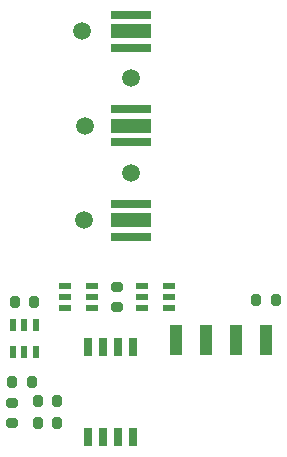
<source format=gbr>
%TF.GenerationSoftware,KiCad,Pcbnew,9.0.2*%
%TF.CreationDate,2025-12-28T15:56:16-05:00*%
%TF.ProjectId,Mothbeam,4d6f7468-6265-4616-9d2e-6b696361645f,rev?*%
%TF.SameCoordinates,Original*%
%TF.FileFunction,Soldermask,Top*%
%TF.FilePolarity,Negative*%
%FSLAX46Y46*%
G04 Gerber Fmt 4.6, Leading zero omitted, Abs format (unit mm)*
G04 Created by KiCad (PCBNEW 9.0.2) date 2025-12-28 15:56:16*
%MOMM*%
%LPD*%
G01*
G04 APERTURE LIST*
G04 Aperture macros list*
%AMRoundRect*
0 Rectangle with rounded corners*
0 $1 Rounding radius*
0 $2 $3 $4 $5 $6 $7 $8 $9 X,Y pos of 4 corners*
0 Add a 4 corners polygon primitive as box body*
4,1,4,$2,$3,$4,$5,$6,$7,$8,$9,$2,$3,0*
0 Add four circle primitives for the rounded corners*
1,1,$1+$1,$2,$3*
1,1,$1+$1,$4,$5*
1,1,$1+$1,$6,$7*
1,1,$1+$1,$8,$9*
0 Add four rect primitives between the rounded corners*
20,1,$1+$1,$2,$3,$4,$5,0*
20,1,$1+$1,$4,$5,$6,$7,0*
20,1,$1+$1,$6,$7,$8,$9,0*
20,1,$1+$1,$8,$9,$2,$3,0*%
G04 Aperture macros list end*
%ADD10R,0.760000X1.500000*%
%ADD11RoundRect,0.200000X0.200000X0.275000X-0.200000X0.275000X-0.200000X-0.275000X0.200000X-0.275000X0*%
%ADD12C,1.500000*%
%ADD13R,0.530000X1.070000*%
%ADD14RoundRect,0.200000X0.275000X-0.200000X0.275000X0.200000X-0.275000X0.200000X-0.275000X-0.200000X0*%
%ADD15RoundRect,0.200000X-0.200000X-0.275000X0.200000X-0.275000X0.200000X0.275000X-0.200000X0.275000X0*%
%ADD16R,1.000000X2.540000*%
%ADD17R,3.450000X0.700000*%
%ADD18R,3.450000X1.300000*%
%ADD19R,1.070000X0.530000*%
G04 APERTURE END LIST*
D10*
%TO.C,SW2*%
X7921776Y35283463D03*
X6651776Y35283463D03*
X5381776Y35283463D03*
X4101776Y35283463D03*
X4101776Y27663463D03*
X5381776Y27663463D03*
X6651776Y27663463D03*
X7921776Y27663463D03*
%TD*%
D11*
%TO.C,R6*%
X1475000Y30700000D03*
X-175000Y30700000D03*
%TD*%
%TO.C,R9*%
X-465893Y39150000D03*
X-2115893Y39150000D03*
%TD*%
D12*
%TO.C,TP1*%
X7750000Y50050000D03*
%TD*%
%TO.C,TP2*%
X3610000Y62060000D03*
%TD*%
%TO.C,TP5*%
X3740000Y46070000D03*
%TD*%
D13*
%TO.C,U1*%
X-340893Y37150000D03*
X-1290893Y37150000D03*
X-2240893Y37150000D03*
X-2240893Y34850000D03*
X-1290893Y34850000D03*
X-340893Y34850000D03*
%TD*%
D12*
%TO.C,TP3*%
X7724600Y58050000D03*
%TD*%
D14*
%TO.C,R1*%
X6537500Y38725000D03*
X6537500Y40375000D03*
%TD*%
D15*
%TO.C,R4*%
X-2325000Y32350000D03*
X-675000Y32350000D03*
%TD*%
D16*
%TO.C,CN1*%
X11540000Y35877500D03*
X14080000Y35877500D03*
X16620000Y35877500D03*
X19160000Y35877500D03*
%TD*%
D11*
%TO.C,R5*%
X19975000Y39300000D03*
X18325000Y39300000D03*
%TD*%
D17*
%TO.C,D1*%
X7750000Y63450000D03*
X7750000Y60650000D03*
D18*
X7750000Y62050000D03*
%TD*%
D19*
%TO.C,U2*%
X4437500Y38600000D03*
X4437500Y39550000D03*
X4437500Y40500000D03*
X2137500Y40500000D03*
X2137500Y39550000D03*
X2137500Y38600000D03*
%TD*%
D14*
%TO.C,R3*%
X-2300000Y28900000D03*
X-2300000Y30550000D03*
%TD*%
D17*
%TO.C,D2*%
X7750000Y55450000D03*
X7750000Y52650000D03*
D18*
X7750000Y54050000D03*
%TD*%
D12*
%TO.C,TP4*%
X3870000Y54050000D03*
%TD*%
D17*
%TO.C,D3*%
X7750000Y47450000D03*
X7750000Y44650000D03*
D18*
X7750000Y46050000D03*
%TD*%
D15*
%TO.C,R2*%
X-175000Y28900000D03*
X1475000Y28900000D03*
%TD*%
D19*
%TO.C,U3*%
X10937500Y38600000D03*
X10937500Y39550000D03*
X10937500Y40500000D03*
X8637500Y40500000D03*
X8637500Y39550000D03*
X8637500Y38600000D03*
%TD*%
M02*

</source>
